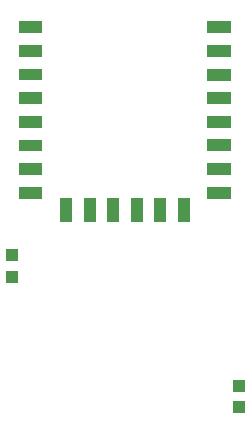
<source format=gtp>
G04 Layer: TopPasteMaskLayer*
G04 EasyEDA v6.4.3, 2020-08-09T00:17:02+05:30*
G04 6b3d8b3936fd40358e4656ce58cb2351,cf4aa5727a6a49518b7f5d996050d5f8,10*
G04 Gerber Generator version 0.2*
G04 Scale: 100 percent, Rotated: No, Reflected: No *
G04 Dimensions in millimeters *
G04 leading zeros omitted , absolute positions ,3 integer and 3 decimal *
%FSLAX33Y33*%
%MOMM*%
G90*
G71D02*

%ADD15R,1.999996X0.999998*%
%ADD16R,0.999998X1.999996*%
%ADD17R,1.099998X0.999998*%

%LPD*%
G54D15*
G01X32511Y60074D03*
G01X32511Y58074D03*
G01X32511Y56074D03*
G01X32510Y54074D03*
G01X32511Y52074D03*
G01X32512Y50074D03*
G01X32511Y48074D03*
G01X32509Y46074D03*
G54D16*
G01X29507Y44573D03*
G01X27507Y44574D03*
G01X25508Y44574D03*
G01X23507Y44574D03*
G01X21508Y44574D03*
G01X19511Y44573D03*
G36*
G01X15510Y46574D02*
G01X17510Y46574D01*
G01X17510Y45574D01*
G01X15510Y45574D01*
G01X15510Y46574D01*
G37*
G36*
G01X15509Y48574D02*
G01X17509Y48574D01*
G01X17509Y47574D01*
G01X15509Y47574D01*
G01X15509Y48574D01*
G37*
G36*
G01X15509Y50574D02*
G01X17509Y50574D01*
G01X17509Y49574D01*
G01X15509Y49574D01*
G01X15509Y50574D01*
G37*
G36*
G01X15509Y52574D02*
G01X17509Y52574D01*
G01X17509Y51574D01*
G01X15509Y51574D01*
G01X15509Y52574D01*
G37*
G36*
G01X15509Y54574D02*
G01X17509Y54574D01*
G01X17509Y53574D01*
G01X15509Y53574D01*
G01X15509Y54574D01*
G37*
G36*
G01X15509Y56574D02*
G01X17509Y56574D01*
G01X17509Y55574D01*
G01X15509Y55574D01*
G01X15509Y56574D01*
G37*
G36*
G01X15509Y58574D02*
G01X17509Y58574D01*
G01X17509Y57574D01*
G01X15509Y57574D01*
G01X15509Y58574D01*
G37*
G36*
G01X15509Y60574D02*
G01X17509Y60574D01*
G01X17509Y59574D01*
G01X15509Y59574D01*
G01X15509Y60574D01*
G37*
G54D17*
G01X14986Y38978D03*
G01X14986Y40778D03*
G01X34163Y27929D03*
G01X34163Y29729D03*
M00*
M02*

</source>
